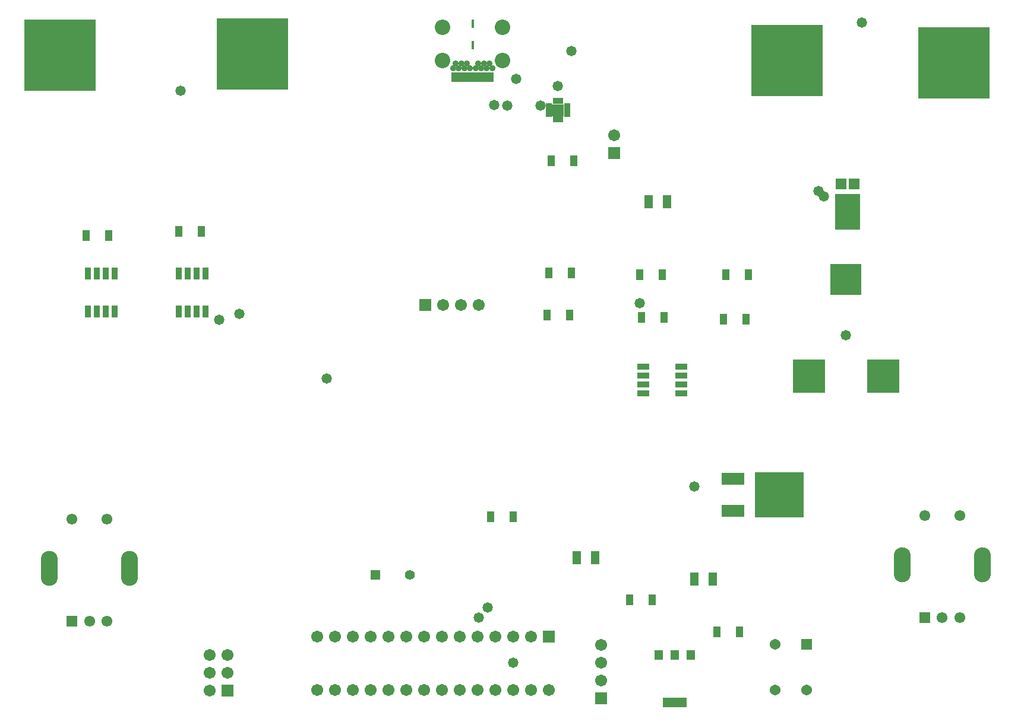
<source format=gts>
G04*
G04 #@! TF.GenerationSoftware,Altium Limited,Altium Designer,22.11.1 (43)*
G04*
G04 Layer_Color=8388736*
%FSLAX25Y25*%
%MOIN*%
G70*
G04*
G04 #@! TF.SameCoordinates,F1E40A5C-0621-48A3-8FA6-9D6C7DDBF0E7*
G04*
G04*
G04 #@! TF.FilePolarity,Negative*
G04*
G01*
G75*
%ADD21R,0.03937X0.05906*%
%ADD34R,0.04540X0.05721*%
%ADD35R,0.13398X0.05721*%
%ADD36R,0.01981X0.05524*%
%ADD37R,0.01587X0.04737*%
%ADD38R,0.05131X0.07493*%
%ADD39R,0.06272X0.06312*%
%ADD40R,0.14028X0.19934*%
%ADD41R,0.06804X0.03359*%
%ADD42R,0.18123X0.18517*%
%ADD43R,0.17729X0.17729*%
%ADD44R,0.01981X0.03556*%
%ADD45R,0.03556X0.01981*%
%ADD46R,0.06706X0.06706*%
%ADD47R,0.12611X0.06706*%
%ADD48R,0.27572X0.25406*%
%ADD49R,0.03359X0.06804*%
%ADD50C,0.06706*%
%ADD51R,0.06706X0.06706*%
%ADD52C,0.03556*%
%ADD53C,0.08713*%
%ADD54C,0.06063*%
%ADD55R,0.06063X0.06063*%
%ADD56R,0.40170X0.40170*%
G04:AMPARAMS|DCode=57|XSize=94.49mil|YSize=196.85mil|CornerRadius=47.24mil|HoleSize=0mil|Usage=FLASHONLY|Rotation=0.000|XOffset=0mil|YOffset=0mil|HoleType=Round|Shape=RoundedRectangle|*
%AMROUNDEDRECTD57*
21,1,0.09449,0.10236,0,0,0.0*
21,1,0.00000,0.19685,0,0,0.0*
1,1,0.09449,0.00000,-0.05118*
1,1,0.09449,0.00000,-0.05118*
1,1,0.09449,0.00000,0.05118*
1,1,0.09449,0.00000,0.05118*
%
%ADD57ROUNDEDRECTD57*%
%ADD58C,0.06102*%
%ADD59R,0.06102X0.06102*%
%ADD60R,0.05524X0.05524*%
%ADD61C,0.05524*%
%ADD62C,0.05800*%
D21*
X435098Y413000D02*
D03*
X422500D02*
D03*
X401299Y213000D02*
D03*
X388701D02*
D03*
X479098Y166500D02*
D03*
X466500D02*
D03*
X161500Y371000D02*
D03*
X174098D02*
D03*
X515701Y148500D02*
D03*
X528299D02*
D03*
X433799Y350000D02*
D03*
X421201D02*
D03*
X484799Y349000D02*
D03*
X472201D02*
D03*
X533299D02*
D03*
X520701D02*
D03*
X432799Y326500D02*
D03*
X420201D02*
D03*
X485799Y325000D02*
D03*
X473201D02*
D03*
X531799Y324000D02*
D03*
X519201D02*
D03*
X213701Y373500D02*
D03*
X226299D02*
D03*
D34*
X501055Y135386D02*
D03*
X492000D02*
D03*
X482945D02*
D03*
D35*
X492000Y108614D02*
D03*
D36*
X389327Y459968D02*
D03*
X387358D02*
D03*
X385390D02*
D03*
X383421D02*
D03*
X381453D02*
D03*
X379484D02*
D03*
X377516D02*
D03*
X375547D02*
D03*
X373579D02*
D03*
X371610D02*
D03*
X369642D02*
D03*
X367673D02*
D03*
D37*
X378500Y478000D02*
D03*
Y490205D02*
D03*
D38*
X436882Y190000D02*
D03*
X447118D02*
D03*
X513118Y178000D02*
D03*
X502882D02*
D03*
X487618Y390000D02*
D03*
X477382D02*
D03*
D39*
X585378Y400177D02*
D03*
X592622D02*
D03*
D40*
X589000Y384500D02*
D03*
D41*
X495677Y282500D02*
D03*
Y287500D02*
D03*
Y292500D02*
D03*
Y297500D02*
D03*
X474323D02*
D03*
Y292500D02*
D03*
Y287500D02*
D03*
Y282500D02*
D03*
D42*
X567134Y292032D02*
D03*
X608866D02*
D03*
D43*
X588000Y346362D02*
D03*
D44*
X428350Y446634D02*
D03*
X426382D02*
D03*
X424413D02*
D03*
Y436398D02*
D03*
X426382D02*
D03*
X428350D02*
D03*
D45*
X421264Y444469D02*
D03*
Y442500D02*
D03*
Y440532D02*
D03*
Y438563D02*
D03*
X431500D02*
D03*
Y440532D02*
D03*
Y442500D02*
D03*
Y444469D02*
D03*
D46*
X426382Y441516D02*
D03*
X352000Y332000D02*
D03*
D47*
X524516Y234500D02*
D03*
Y216500D02*
D03*
D48*
X550500Y225500D02*
D03*
D49*
X213500Y328323D02*
D03*
X218500D02*
D03*
X223500D02*
D03*
X228500D02*
D03*
Y349677D02*
D03*
X223500D02*
D03*
X218500D02*
D03*
X213500D02*
D03*
X162500Y328323D02*
D03*
X167500D02*
D03*
X172500D02*
D03*
X177500D02*
D03*
Y349677D02*
D03*
X172500D02*
D03*
X167500D02*
D03*
X162500D02*
D03*
D50*
X458000Y427500D02*
D03*
X382000Y332000D02*
D03*
X372000D02*
D03*
X362000D02*
D03*
X231000Y115500D02*
D03*
X241000Y125500D02*
D03*
X231000D02*
D03*
X241000Y135500D02*
D03*
X231000D02*
D03*
X291358Y115705D02*
D03*
X301358D02*
D03*
X311358D02*
D03*
X321358D02*
D03*
X331358D02*
D03*
X341358D02*
D03*
X351358D02*
D03*
X361358D02*
D03*
X371358D02*
D03*
X381358D02*
D03*
X391358D02*
D03*
X401358D02*
D03*
X411358D02*
D03*
X421358D02*
D03*
X291358Y145705D02*
D03*
X301358D02*
D03*
X311358D02*
D03*
X321358D02*
D03*
X331358D02*
D03*
X341358D02*
D03*
X351358D02*
D03*
X361358D02*
D03*
X371358D02*
D03*
X381358D02*
D03*
X391358D02*
D03*
X401358D02*
D03*
X411358D02*
D03*
X450500Y141000D02*
D03*
Y131000D02*
D03*
Y121000D02*
D03*
D51*
X458000Y417500D02*
D03*
X241000Y115500D02*
D03*
X421358Y145705D02*
D03*
X450500Y111000D02*
D03*
D52*
X367476Y464890D02*
D03*
X369051Y467646D02*
D03*
X372201D02*
D03*
X373776Y464890D02*
D03*
X375350Y467646D02*
D03*
X376925Y464890D02*
D03*
X380075D02*
D03*
X381650Y467646D02*
D03*
X383224Y464890D02*
D03*
X384799Y467646D02*
D03*
X387949D02*
D03*
X389524Y464890D02*
D03*
X386374D02*
D03*
X370626D02*
D03*
D53*
X395311Y469417D02*
D03*
X361689D02*
D03*
X395311Y488039D02*
D03*
X361689D02*
D03*
D54*
X548142Y115705D02*
D03*
Y141295D02*
D03*
X565858Y115705D02*
D03*
D55*
Y141295D02*
D03*
D56*
X648500Y468000D02*
D03*
X255000Y473000D02*
D03*
X147000Y472500D02*
D03*
X555000Y469500D02*
D03*
D57*
X185941Y184000D02*
D03*
X141059D02*
D03*
X664441Y186000D02*
D03*
X619559D02*
D03*
D58*
X163500Y154472D02*
D03*
X173342D02*
D03*
Y211559D02*
D03*
X153657D02*
D03*
X642000Y156473D02*
D03*
X651843D02*
D03*
Y213559D02*
D03*
X632158D02*
D03*
D59*
X153657Y154472D02*
D03*
X632158Y156473D02*
D03*
D60*
X323894Y180500D02*
D03*
D61*
X343106D02*
D03*
D62*
X472199Y333099D02*
D03*
X433800Y474600D02*
D03*
X402800Y458900D02*
D03*
X296400Y290700D02*
D03*
X214421Y452421D02*
D03*
X426382Y455000D02*
D03*
X596900Y490700D02*
D03*
X572700Y396000D02*
D03*
X236072Y323800D02*
D03*
X390400Y444400D02*
D03*
X247500Y327000D02*
D03*
X588000Y315100D02*
D03*
X502882Y229982D02*
D03*
X575600Y393100D02*
D03*
X386900Y162000D02*
D03*
X382053Y156400D02*
D03*
X398000Y444200D02*
D03*
X401358Y131000D02*
D03*
X416700Y444000D02*
D03*
M02*

</source>
